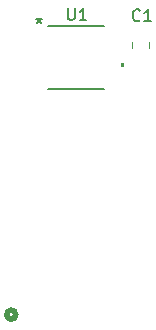
<source format=gbr>
%TF.GenerationSoftware,KiCad,Pcbnew,8.0.3*%
%TF.CreationDate,2024-07-17T14:54:55-05:00*%
%TF.ProjectId,Encoder,456e636f-6465-4722-9e6b-696361645f70,rev?*%
%TF.SameCoordinates,Original*%
%TF.FileFunction,Legend,Top*%
%TF.FilePolarity,Positive*%
%FSLAX46Y46*%
G04 Gerber Fmt 4.6, Leading zero omitted, Abs format (unit mm)*
G04 Created by KiCad (PCBNEW 8.0.3) date 2024-07-17 14:54:55*
%MOMM*%
%LPD*%
G01*
G04 APERTURE LIST*
%ADD10C,0.150000*%
%ADD11C,0.120000*%
%ADD12C,0.152400*%
%ADD13C,0.000000*%
%ADD14C,0.508000*%
G04 APERTURE END LIST*
D10*
X137433333Y-79359580D02*
X137385714Y-79407200D01*
X137385714Y-79407200D02*
X137242857Y-79454819D01*
X137242857Y-79454819D02*
X137147619Y-79454819D01*
X137147619Y-79454819D02*
X137004762Y-79407200D01*
X137004762Y-79407200D02*
X136909524Y-79311961D01*
X136909524Y-79311961D02*
X136861905Y-79216723D01*
X136861905Y-79216723D02*
X136814286Y-79026247D01*
X136814286Y-79026247D02*
X136814286Y-78883390D01*
X136814286Y-78883390D02*
X136861905Y-78692914D01*
X136861905Y-78692914D02*
X136909524Y-78597676D01*
X136909524Y-78597676D02*
X137004762Y-78502438D01*
X137004762Y-78502438D02*
X137147619Y-78454819D01*
X137147619Y-78454819D02*
X137242857Y-78454819D01*
X137242857Y-78454819D02*
X137385714Y-78502438D01*
X137385714Y-78502438D02*
X137433333Y-78550057D01*
X138385714Y-79454819D02*
X137814286Y-79454819D01*
X138100000Y-79454819D02*
X138100000Y-78454819D01*
X138100000Y-78454819D02*
X138004762Y-78597676D01*
X138004762Y-78597676D02*
X137909524Y-78692914D01*
X137909524Y-78692914D02*
X137814286Y-78740533D01*
X131338095Y-78354819D02*
X131338095Y-79164342D01*
X131338095Y-79164342D02*
X131385714Y-79259580D01*
X131385714Y-79259580D02*
X131433333Y-79307200D01*
X131433333Y-79307200D02*
X131528571Y-79354819D01*
X131528571Y-79354819D02*
X131719047Y-79354819D01*
X131719047Y-79354819D02*
X131814285Y-79307200D01*
X131814285Y-79307200D02*
X131861904Y-79259580D01*
X131861904Y-79259580D02*
X131909523Y-79164342D01*
X131909523Y-79164342D02*
X131909523Y-78354819D01*
X132909523Y-79354819D02*
X132338095Y-79354819D01*
X132623809Y-79354819D02*
X132623809Y-78354819D01*
X132623809Y-78354819D02*
X132528571Y-78497676D01*
X132528571Y-78497676D02*
X132433333Y-78592914D01*
X132433333Y-78592914D02*
X132338095Y-78640533D01*
X128900000Y-79154819D02*
X128900000Y-79392914D01*
X128661905Y-79297676D02*
X128900000Y-79392914D01*
X128900000Y-79392914D02*
X129138095Y-79297676D01*
X128757143Y-79583390D02*
X128900000Y-79392914D01*
X128900000Y-79392914D02*
X129042857Y-79583390D01*
D11*
%TO.C,C1*%
X136765000Y-81761252D02*
X136765000Y-81238748D01*
X138235000Y-81761252D02*
X138235000Y-81238748D01*
D12*
%TO.C,U1*%
X129625100Y-85179700D02*
X134374900Y-85179700D01*
X134374900Y-79820300D02*
X129625100Y-79820300D01*
D13*
G36*
X136064000Y-83340499D02*
G01*
X135810000Y-83340499D01*
X135810000Y-82959499D01*
X136064000Y-82959499D01*
X136064000Y-83340499D01*
G37*
D14*
%TO.C,J1*%
X126921001Y-104295600D02*
G75*
G02*
X126159001Y-104295600I-381000J0D01*
G01*
X126159001Y-104295600D02*
G75*
G02*
X126921001Y-104295600I381000J0D01*
G01*
%TD*%
M02*

</source>
